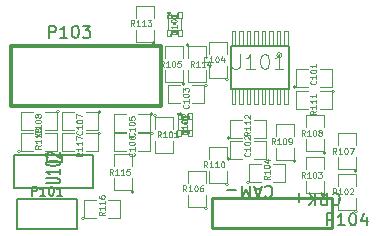
<source format=gto>
G04 (created by PCBNEW (2013-jul-07)-stable) date Пт 28 фев 2014 10:34:58*
%MOIN*%
G04 Gerber Fmt 3.4, Leading zero omitted, Abs format*
%FSLAX34Y34*%
G01*
G70*
G90*
G04 APERTURE LIST*
%ADD10C,0.00590551*%
%ADD11C,0.005*%
%ADD12C,0.0039*%
%ADD13C,0.012*%
%ADD14C,0.0026*%
%ADD15C,0.008*%
%ADD16C,0.0001*%
%ADD17C,0.01*%
%ADD18C,0.006*%
%ADD19C,0.004*%
%ADD20C,0.002*%
%ADD21C,0.0043*%
%ADD22C,0.0035*%
G04 APERTURE END LIST*
G54D10*
G54D11*
X95061Y-26313D02*
X95080Y-26294D01*
X95137Y-26275D01*
X95175Y-26275D01*
X95232Y-26294D01*
X95270Y-26332D01*
X95289Y-26370D01*
X95308Y-26447D01*
X95308Y-26504D01*
X95289Y-26580D01*
X95270Y-26618D01*
X95232Y-26656D01*
X95175Y-26675D01*
X95137Y-26675D01*
X95080Y-26656D01*
X95061Y-26637D01*
X94908Y-26389D02*
X94718Y-26389D01*
X94947Y-26275D02*
X94813Y-26675D01*
X94680Y-26275D01*
X94547Y-26275D02*
X94547Y-26675D01*
X94413Y-26389D01*
X94280Y-26675D01*
X94280Y-26275D01*
X94089Y-26427D02*
X93785Y-26427D01*
X97311Y-26563D02*
X97330Y-26544D01*
X97387Y-26525D01*
X97425Y-26525D01*
X97482Y-26544D01*
X97520Y-26582D01*
X97539Y-26620D01*
X97558Y-26697D01*
X97558Y-26754D01*
X97539Y-26830D01*
X97520Y-26868D01*
X97482Y-26906D01*
X97425Y-26925D01*
X97387Y-26925D01*
X97330Y-26906D01*
X97311Y-26887D01*
X96911Y-26525D02*
X97044Y-26716D01*
X97139Y-26525D02*
X97139Y-26925D01*
X96987Y-26925D01*
X96949Y-26906D01*
X96930Y-26887D01*
X96911Y-26849D01*
X96911Y-26792D01*
X96930Y-26754D01*
X96949Y-26735D01*
X96987Y-26716D01*
X97139Y-26716D01*
X96739Y-26525D02*
X96739Y-26925D01*
X96511Y-26525D02*
X96682Y-26754D01*
X96511Y-26925D02*
X96739Y-26697D01*
X96339Y-26677D02*
X96035Y-26677D01*
X96187Y-26525D02*
X96187Y-26830D01*
G54D12*
X96087Y-22987D02*
G75*
G03X96087Y-22987I-50J0D01*
G74*
G01*
X96487Y-22987D02*
X96087Y-22987D01*
X96087Y-22987D02*
X96087Y-22387D01*
X96087Y-22387D02*
X96487Y-22387D01*
X96887Y-22387D02*
X97287Y-22387D01*
X97287Y-22387D02*
X97287Y-22987D01*
X97287Y-22987D02*
X96887Y-22987D01*
X93887Y-25387D02*
G75*
G03X93887Y-25387I-50J0D01*
G74*
G01*
X94287Y-25387D02*
X93887Y-25387D01*
X93887Y-25387D02*
X93887Y-24787D01*
X93887Y-24787D02*
X94287Y-24787D01*
X94687Y-24787D02*
X95087Y-24787D01*
X95087Y-24787D02*
X95087Y-25387D01*
X95087Y-25387D02*
X94687Y-25387D01*
X93837Y-22737D02*
G75*
G03X93837Y-22737I-50J0D01*
G74*
G01*
X93787Y-22287D02*
X93787Y-22687D01*
X93787Y-22687D02*
X93187Y-22687D01*
X93187Y-22687D02*
X93187Y-22287D01*
X93187Y-21887D02*
X93187Y-21487D01*
X93187Y-21487D02*
X93787Y-21487D01*
X93787Y-21487D02*
X93787Y-21887D01*
X91337Y-23887D02*
G75*
G03X91337Y-23887I-50J0D01*
G74*
G01*
X90837Y-23887D02*
X91237Y-23887D01*
X91237Y-23887D02*
X91237Y-24487D01*
X91237Y-24487D02*
X90837Y-24487D01*
X90437Y-24487D02*
X90037Y-24487D01*
X90037Y-24487D02*
X90037Y-23887D01*
X90037Y-23887D02*
X90437Y-23887D01*
X91337Y-24537D02*
G75*
G03X91337Y-24537I-50J0D01*
G74*
G01*
X90837Y-24537D02*
X91237Y-24537D01*
X91237Y-24537D02*
X91237Y-25137D01*
X91237Y-25137D02*
X90837Y-25137D01*
X90437Y-25137D02*
X90037Y-25137D01*
X90037Y-25137D02*
X90037Y-24537D01*
X90037Y-24537D02*
X90437Y-24537D01*
X89587Y-23812D02*
G75*
G03X89587Y-23812I-50J0D01*
G74*
G01*
X89087Y-23812D02*
X89487Y-23812D01*
X89487Y-23812D02*
X89487Y-24412D01*
X89487Y-24412D02*
X89087Y-24412D01*
X88687Y-24412D02*
X88287Y-24412D01*
X88287Y-24412D02*
X88287Y-23812D01*
X88287Y-23812D02*
X88687Y-23812D01*
X88212Y-23812D02*
G75*
G03X88212Y-23812I-50J0D01*
G74*
G01*
X87712Y-23812D02*
X88112Y-23812D01*
X88112Y-23812D02*
X88112Y-24412D01*
X88112Y-24412D02*
X87712Y-24412D01*
X87312Y-24412D02*
X86912Y-24412D01*
X86912Y-24412D02*
X86912Y-23812D01*
X86912Y-23812D02*
X87312Y-23812D01*
G54D13*
X91587Y-23637D02*
X86587Y-23637D01*
X86587Y-23637D02*
X86587Y-21637D01*
X86587Y-21637D02*
X91587Y-21637D01*
X91587Y-21637D02*
X91587Y-23637D01*
G54D12*
X98137Y-27137D02*
G75*
G03X98137Y-27137I-50J0D01*
G74*
G01*
X98087Y-26687D02*
X98087Y-27087D01*
X98087Y-27087D02*
X97487Y-27087D01*
X97487Y-27087D02*
X97487Y-26687D01*
X97487Y-26287D02*
X97487Y-25887D01*
X97487Y-25887D02*
X98087Y-25887D01*
X98087Y-25887D02*
X98087Y-26287D01*
X97087Y-26587D02*
G75*
G03X97087Y-26587I-50J0D01*
G74*
G01*
X97037Y-26137D02*
X97037Y-26537D01*
X97037Y-26537D02*
X96437Y-26537D01*
X96437Y-26537D02*
X96437Y-26137D01*
X96437Y-25737D02*
X96437Y-25337D01*
X96437Y-25337D02*
X97037Y-25337D01*
X97037Y-25337D02*
X97037Y-25737D01*
X94537Y-26162D02*
G75*
G03X94537Y-26162I-50J0D01*
G74*
G01*
X94937Y-26162D02*
X94537Y-26162D01*
X94537Y-26162D02*
X94537Y-25562D01*
X94537Y-25562D02*
X94937Y-25562D01*
X95337Y-25562D02*
X95737Y-25562D01*
X95737Y-25562D02*
X95737Y-26162D01*
X95737Y-26162D02*
X95337Y-26162D01*
X92387Y-22887D02*
G75*
G03X92387Y-22887I-50J0D01*
G74*
G01*
X92337Y-22437D02*
X92337Y-22837D01*
X92337Y-22837D02*
X91737Y-22837D01*
X91737Y-22837D02*
X91737Y-22437D01*
X91737Y-22037D02*
X91737Y-21637D01*
X91737Y-21637D02*
X92337Y-21637D01*
X92337Y-21637D02*
X92337Y-22037D01*
X93137Y-27037D02*
G75*
G03X93137Y-27037I-50J0D01*
G74*
G01*
X93087Y-26587D02*
X93087Y-26987D01*
X93087Y-26987D02*
X92487Y-26987D01*
X92487Y-26987D02*
X92487Y-26587D01*
X92487Y-26187D02*
X92487Y-25787D01*
X92487Y-25787D02*
X93087Y-25787D01*
X93087Y-25787D02*
X93087Y-26187D01*
X98137Y-25787D02*
G75*
G03X98137Y-25787I-50J0D01*
G74*
G01*
X98087Y-25337D02*
X98087Y-25737D01*
X98087Y-25737D02*
X97487Y-25737D01*
X97487Y-25737D02*
X97487Y-25337D01*
X97487Y-24937D02*
X97487Y-24537D01*
X97487Y-24537D02*
X98087Y-24537D01*
X98087Y-24537D02*
X98087Y-24937D01*
X97087Y-25187D02*
G75*
G03X97087Y-25187I-50J0D01*
G74*
G01*
X97037Y-24737D02*
X97037Y-25137D01*
X97037Y-25137D02*
X96437Y-25137D01*
X96437Y-25137D02*
X96437Y-24737D01*
X96437Y-24337D02*
X96437Y-23937D01*
X96437Y-23937D02*
X97037Y-23937D01*
X97037Y-23937D02*
X97037Y-24337D01*
X96087Y-25462D02*
G75*
G03X96087Y-25462I-50J0D01*
G74*
G01*
X96037Y-25012D02*
X96037Y-25412D01*
X96037Y-25412D02*
X95437Y-25412D01*
X95437Y-25412D02*
X95437Y-25012D01*
X95437Y-24612D02*
X95437Y-24212D01*
X95437Y-24212D02*
X96037Y-24212D01*
X96037Y-24212D02*
X96037Y-24612D01*
X93837Y-26237D02*
G75*
G03X93837Y-26237I-50J0D01*
G74*
G01*
X93787Y-25787D02*
X93787Y-26187D01*
X93787Y-26187D02*
X93187Y-26187D01*
X93187Y-26187D02*
X93187Y-25787D01*
X93187Y-25387D02*
X93187Y-24987D01*
X93187Y-24987D02*
X93787Y-24987D01*
X93787Y-24987D02*
X93787Y-25387D01*
X97387Y-23137D02*
G75*
G03X97387Y-23137I-50J0D01*
G74*
G01*
X96887Y-23137D02*
X97287Y-23137D01*
X97287Y-23137D02*
X97287Y-23737D01*
X97287Y-23737D02*
X96887Y-23737D01*
X96487Y-23737D02*
X96087Y-23737D01*
X96087Y-23737D02*
X96087Y-23137D01*
X96087Y-23137D02*
X96487Y-23137D01*
X93887Y-24687D02*
G75*
G03X93887Y-24687I-50J0D01*
G74*
G01*
X94287Y-24687D02*
X93887Y-24687D01*
X93887Y-24687D02*
X93887Y-24087D01*
X93887Y-24087D02*
X94287Y-24087D01*
X94687Y-24087D02*
X95087Y-24087D01*
X95087Y-24087D02*
X95087Y-24687D01*
X95087Y-24687D02*
X94687Y-24687D01*
X91400Y-21525D02*
G75*
G03X91400Y-21525I-50J0D01*
G74*
G01*
X91350Y-21075D02*
X91350Y-21475D01*
X91350Y-21475D02*
X90750Y-21475D01*
X90750Y-21475D02*
X90750Y-21075D01*
X90750Y-20675D02*
X90750Y-20275D01*
X90750Y-20275D02*
X91350Y-20275D01*
X91350Y-20275D02*
X91350Y-20675D01*
X92537Y-21587D02*
G75*
G03X92537Y-21587I-50J0D01*
G74*
G01*
X92487Y-22037D02*
X92487Y-21637D01*
X92487Y-21637D02*
X93087Y-21637D01*
X93087Y-21637D02*
X93087Y-22037D01*
X93087Y-22437D02*
X93087Y-22837D01*
X93087Y-22837D02*
X92487Y-22837D01*
X92487Y-22837D02*
X92487Y-22437D01*
X90687Y-26487D02*
G75*
G03X90687Y-26487I-50J0D01*
G74*
G01*
X90637Y-26037D02*
X90637Y-26437D01*
X90637Y-26437D02*
X90037Y-26437D01*
X90037Y-26437D02*
X90037Y-26037D01*
X90037Y-25637D02*
X90037Y-25237D01*
X90037Y-25237D02*
X90637Y-25237D01*
X90637Y-25237D02*
X90637Y-25637D01*
X89037Y-27362D02*
G75*
G03X89037Y-27362I-50J0D01*
G74*
G01*
X89437Y-27362D02*
X89037Y-27362D01*
X89037Y-27362D02*
X89037Y-26762D01*
X89037Y-26762D02*
X89437Y-26762D01*
X89837Y-26762D02*
X90237Y-26762D01*
X90237Y-26762D02*
X90237Y-27362D01*
X90237Y-27362D02*
X89837Y-27362D01*
X89587Y-24537D02*
G75*
G03X89587Y-24537I-50J0D01*
G74*
G01*
X89087Y-24537D02*
X89487Y-24537D01*
X89487Y-24537D02*
X89487Y-25137D01*
X89487Y-25137D02*
X89087Y-25137D01*
X88687Y-25137D02*
X88287Y-25137D01*
X88287Y-25137D02*
X88287Y-24537D01*
X88287Y-24537D02*
X88687Y-24537D01*
X86912Y-25137D02*
G75*
G03X86912Y-25137I-50J0D01*
G74*
G01*
X87312Y-25137D02*
X86912Y-25137D01*
X86912Y-25137D02*
X86912Y-24537D01*
X86912Y-24537D02*
X87312Y-24537D01*
X87712Y-24537D02*
X88112Y-24537D01*
X88112Y-24537D02*
X88112Y-25137D01*
X88112Y-25137D02*
X87712Y-25137D01*
G54D14*
X95821Y-21117D02*
X95702Y-21117D01*
X95702Y-21117D02*
X95702Y-21629D01*
X95821Y-21629D02*
X95702Y-21629D01*
X95821Y-21117D02*
X95821Y-21629D01*
X95571Y-21117D02*
X95452Y-21117D01*
X95452Y-21117D02*
X95452Y-21629D01*
X95571Y-21629D02*
X95452Y-21629D01*
X95571Y-21117D02*
X95571Y-21629D01*
X95321Y-21117D02*
X95202Y-21117D01*
X95202Y-21117D02*
X95202Y-21629D01*
X95321Y-21629D02*
X95202Y-21629D01*
X95321Y-21117D02*
X95321Y-21629D01*
X95071Y-21117D02*
X94952Y-21117D01*
X94952Y-21117D02*
X94952Y-21629D01*
X95071Y-21629D02*
X94952Y-21629D01*
X95071Y-21117D02*
X95071Y-21629D01*
X94822Y-21117D02*
X94703Y-21117D01*
X94703Y-21117D02*
X94703Y-21629D01*
X94822Y-21629D02*
X94703Y-21629D01*
X94822Y-21117D02*
X94822Y-21629D01*
X94572Y-21117D02*
X94453Y-21117D01*
X94453Y-21117D02*
X94453Y-21629D01*
X94572Y-21629D02*
X94453Y-21629D01*
X94572Y-21117D02*
X94572Y-21629D01*
X94322Y-21117D02*
X94203Y-21117D01*
X94203Y-21117D02*
X94203Y-21629D01*
X94322Y-21629D02*
X94203Y-21629D01*
X94322Y-21117D02*
X94322Y-21629D01*
X94072Y-21117D02*
X93953Y-21117D01*
X93953Y-21117D02*
X93953Y-21629D01*
X94072Y-21629D02*
X93953Y-21629D01*
X94072Y-21117D02*
X94072Y-21629D01*
X94072Y-23045D02*
X93953Y-23045D01*
X93953Y-23045D02*
X93953Y-23557D01*
X94072Y-23557D02*
X93953Y-23557D01*
X94072Y-23045D02*
X94072Y-23557D01*
X94322Y-23045D02*
X94203Y-23045D01*
X94203Y-23045D02*
X94203Y-23557D01*
X94322Y-23557D02*
X94203Y-23557D01*
X94322Y-23045D02*
X94322Y-23557D01*
X94572Y-23045D02*
X94453Y-23045D01*
X94453Y-23045D02*
X94453Y-23557D01*
X94572Y-23557D02*
X94453Y-23557D01*
X94572Y-23045D02*
X94572Y-23557D01*
X94822Y-23045D02*
X94703Y-23045D01*
X94703Y-23045D02*
X94703Y-23557D01*
X94822Y-23557D02*
X94703Y-23557D01*
X94822Y-23045D02*
X94822Y-23557D01*
X95071Y-23045D02*
X94952Y-23045D01*
X94952Y-23045D02*
X94952Y-23557D01*
X95071Y-23557D02*
X94952Y-23557D01*
X95071Y-23045D02*
X95071Y-23557D01*
X95321Y-23045D02*
X95202Y-23045D01*
X95202Y-23045D02*
X95202Y-23557D01*
X95321Y-23557D02*
X95202Y-23557D01*
X95321Y-23045D02*
X95321Y-23557D01*
X95571Y-23045D02*
X95452Y-23045D01*
X95452Y-23045D02*
X95452Y-23557D01*
X95571Y-23557D02*
X95452Y-23557D01*
X95571Y-23045D02*
X95571Y-23557D01*
X95821Y-23045D02*
X95702Y-23045D01*
X95702Y-23045D02*
X95702Y-23557D01*
X95821Y-23557D02*
X95702Y-23557D01*
X95821Y-23045D02*
X95821Y-23557D01*
G54D15*
X95859Y-21609D02*
X95859Y-23065D01*
X93915Y-23065D02*
X93915Y-21609D01*
X95859Y-21609D02*
X93915Y-21609D01*
X93915Y-23065D02*
X95859Y-23065D01*
G54D16*
X95619Y-21924D02*
G75*
G03X95619Y-21924I-83J0D01*
G74*
G01*
G54D11*
X88283Y-25249D02*
X88283Y-25499D01*
X88283Y-25499D02*
X87783Y-25499D01*
X87783Y-25499D02*
X87783Y-25249D01*
X89333Y-25249D02*
X89333Y-26349D01*
X89333Y-26349D02*
X86683Y-26349D01*
X86683Y-26349D02*
X86683Y-25249D01*
X86683Y-25249D02*
X89333Y-25249D01*
G54D17*
X97287Y-27687D02*
X93287Y-27687D01*
X97287Y-26687D02*
X93287Y-26687D01*
X93287Y-26687D02*
X93287Y-27687D01*
X97287Y-27687D02*
X97287Y-26687D01*
G54D12*
X91437Y-23937D02*
G75*
G03X91437Y-23937I-50J0D01*
G74*
G01*
X91387Y-24387D02*
X91387Y-23987D01*
X91387Y-23987D02*
X91987Y-23987D01*
X91987Y-23987D02*
X91987Y-24387D01*
X91987Y-24787D02*
X91987Y-25187D01*
X91987Y-25187D02*
X91387Y-25187D01*
X91387Y-25187D02*
X91387Y-24787D01*
X93137Y-22937D02*
G75*
G03X93137Y-22937I-50J0D01*
G74*
G01*
X92637Y-22937D02*
X93037Y-22937D01*
X93037Y-22937D02*
X93037Y-23537D01*
X93037Y-23537D02*
X92637Y-23537D01*
X92237Y-23537D02*
X91837Y-23537D01*
X91837Y-23537D02*
X91837Y-22937D01*
X91837Y-22937D02*
X92237Y-22937D01*
G54D18*
X86787Y-27737D02*
X86787Y-26737D01*
X86787Y-26737D02*
X88787Y-26737D01*
X88787Y-26737D02*
X88787Y-27737D01*
X88787Y-27737D02*
X86787Y-27737D01*
G54D14*
X92155Y-20691D02*
X92283Y-20691D01*
X92283Y-20691D02*
X92283Y-20494D01*
X92155Y-20494D02*
X92283Y-20494D01*
X92155Y-20691D02*
X92155Y-20494D01*
X91910Y-20691D02*
X91969Y-20691D01*
X91969Y-20691D02*
X91969Y-20592D01*
X91910Y-20592D02*
X91969Y-20592D01*
X91910Y-20691D02*
X91910Y-20592D01*
X92105Y-20691D02*
X92164Y-20691D01*
X92164Y-20691D02*
X92164Y-20592D01*
X92105Y-20592D02*
X92164Y-20592D01*
X92105Y-20691D02*
X92105Y-20592D01*
X91959Y-20691D02*
X92115Y-20691D01*
X92115Y-20691D02*
X92115Y-20622D01*
X91959Y-20622D02*
X92115Y-20622D01*
X91959Y-20691D02*
X91959Y-20622D01*
X92155Y-21280D02*
X92283Y-21280D01*
X92283Y-21280D02*
X92283Y-21083D01*
X92155Y-21083D02*
X92283Y-21083D01*
X92155Y-21280D02*
X92155Y-21083D01*
X91791Y-21280D02*
X91919Y-21280D01*
X91919Y-21280D02*
X91919Y-21083D01*
X91791Y-21083D02*
X91919Y-21083D01*
X91791Y-21280D02*
X91791Y-21083D01*
X92105Y-21182D02*
X92164Y-21182D01*
X92164Y-21182D02*
X92164Y-21083D01*
X92105Y-21083D02*
X92164Y-21083D01*
X92105Y-21182D02*
X92105Y-21083D01*
X91910Y-21182D02*
X91969Y-21182D01*
X91969Y-21182D02*
X91969Y-21083D01*
X91910Y-21083D02*
X91969Y-21083D01*
X91910Y-21182D02*
X91910Y-21083D01*
X91959Y-21152D02*
X92115Y-21152D01*
X92115Y-21152D02*
X92115Y-21083D01*
X91959Y-21083D02*
X92115Y-21083D01*
X91959Y-21152D02*
X91959Y-21083D01*
X91998Y-20887D02*
X92076Y-20887D01*
X92076Y-20887D02*
X92076Y-20809D01*
X91998Y-20809D02*
X92076Y-20809D01*
X91998Y-20887D02*
X91998Y-20809D01*
X91801Y-20691D02*
X91919Y-20691D01*
X91919Y-20691D02*
X91919Y-20573D01*
X91801Y-20573D02*
X91919Y-20573D01*
X91801Y-20691D02*
X91801Y-20573D01*
X91791Y-20523D02*
X91880Y-20523D01*
X91880Y-20523D02*
X91880Y-20494D01*
X91791Y-20494D02*
X91880Y-20494D01*
X91791Y-20523D02*
X91791Y-20494D01*
G54D19*
X92263Y-20681D02*
X92263Y-21093D01*
X91811Y-21083D02*
X91811Y-20523D01*
G54D20*
X91888Y-20553D02*
G75*
G03X91888Y-20553I-28J0D01*
G74*
G01*
G54D19*
X91900Y-20494D02*
G75*
G03X92174Y-20494I137J0D01*
G74*
G01*
X92174Y-21280D02*
G75*
G03X91900Y-21280I-137J0D01*
G74*
G01*
G54D14*
X92505Y-24041D02*
X92633Y-24041D01*
X92633Y-24041D02*
X92633Y-23844D01*
X92505Y-23844D02*
X92633Y-23844D01*
X92505Y-24041D02*
X92505Y-23844D01*
X92260Y-24041D02*
X92319Y-24041D01*
X92319Y-24041D02*
X92319Y-23942D01*
X92260Y-23942D02*
X92319Y-23942D01*
X92260Y-24041D02*
X92260Y-23942D01*
X92455Y-24041D02*
X92514Y-24041D01*
X92514Y-24041D02*
X92514Y-23942D01*
X92455Y-23942D02*
X92514Y-23942D01*
X92455Y-24041D02*
X92455Y-23942D01*
X92309Y-24041D02*
X92465Y-24041D01*
X92465Y-24041D02*
X92465Y-23972D01*
X92309Y-23972D02*
X92465Y-23972D01*
X92309Y-24041D02*
X92309Y-23972D01*
X92505Y-24630D02*
X92633Y-24630D01*
X92633Y-24630D02*
X92633Y-24433D01*
X92505Y-24433D02*
X92633Y-24433D01*
X92505Y-24630D02*
X92505Y-24433D01*
X92141Y-24630D02*
X92269Y-24630D01*
X92269Y-24630D02*
X92269Y-24433D01*
X92141Y-24433D02*
X92269Y-24433D01*
X92141Y-24630D02*
X92141Y-24433D01*
X92455Y-24532D02*
X92514Y-24532D01*
X92514Y-24532D02*
X92514Y-24433D01*
X92455Y-24433D02*
X92514Y-24433D01*
X92455Y-24532D02*
X92455Y-24433D01*
X92260Y-24532D02*
X92319Y-24532D01*
X92319Y-24532D02*
X92319Y-24433D01*
X92260Y-24433D02*
X92319Y-24433D01*
X92260Y-24532D02*
X92260Y-24433D01*
X92309Y-24502D02*
X92465Y-24502D01*
X92465Y-24502D02*
X92465Y-24433D01*
X92309Y-24433D02*
X92465Y-24433D01*
X92309Y-24502D02*
X92309Y-24433D01*
X92348Y-24237D02*
X92426Y-24237D01*
X92426Y-24237D02*
X92426Y-24159D01*
X92348Y-24159D02*
X92426Y-24159D01*
X92348Y-24237D02*
X92348Y-24159D01*
X92151Y-24041D02*
X92269Y-24041D01*
X92269Y-24041D02*
X92269Y-23923D01*
X92151Y-23923D02*
X92269Y-23923D01*
X92151Y-24041D02*
X92151Y-23923D01*
X92141Y-23873D02*
X92230Y-23873D01*
X92230Y-23873D02*
X92230Y-23844D01*
X92141Y-23844D02*
X92230Y-23844D01*
X92141Y-23873D02*
X92141Y-23844D01*
G54D19*
X92613Y-24031D02*
X92613Y-24443D01*
X92161Y-24433D02*
X92161Y-23873D01*
G54D20*
X92238Y-23903D02*
G75*
G03X92238Y-23903I-28J0D01*
G74*
G01*
G54D19*
X92250Y-23844D02*
G75*
G03X92524Y-23844I137J0D01*
G74*
G01*
X92524Y-24630D02*
G75*
G03X92250Y-24630I-137J0D01*
G74*
G01*
G54D21*
X96748Y-22782D02*
X96757Y-22792D01*
X96767Y-22820D01*
X96767Y-22839D01*
X96757Y-22867D01*
X96739Y-22886D01*
X96720Y-22895D01*
X96682Y-22904D01*
X96654Y-22904D01*
X96617Y-22895D01*
X96598Y-22886D01*
X96579Y-22867D01*
X96570Y-22839D01*
X96570Y-22820D01*
X96579Y-22792D01*
X96589Y-22782D01*
X96767Y-22595D02*
X96767Y-22707D01*
X96767Y-22651D02*
X96570Y-22651D01*
X96598Y-22670D01*
X96617Y-22689D01*
X96626Y-22707D01*
X96570Y-22473D02*
X96570Y-22454D01*
X96579Y-22435D01*
X96589Y-22426D01*
X96607Y-22417D01*
X96645Y-22407D01*
X96692Y-22407D01*
X96729Y-22417D01*
X96748Y-22426D01*
X96757Y-22435D01*
X96767Y-22454D01*
X96767Y-22473D01*
X96757Y-22492D01*
X96748Y-22501D01*
X96729Y-22510D01*
X96692Y-22520D01*
X96645Y-22520D01*
X96607Y-22510D01*
X96589Y-22501D01*
X96579Y-22492D01*
X96570Y-22473D01*
X96767Y-22220D02*
X96767Y-22332D01*
X96767Y-22276D02*
X96570Y-22276D01*
X96598Y-22295D01*
X96617Y-22313D01*
X96626Y-22332D01*
X94548Y-25182D02*
X94557Y-25192D01*
X94567Y-25220D01*
X94567Y-25239D01*
X94557Y-25267D01*
X94539Y-25286D01*
X94520Y-25295D01*
X94482Y-25304D01*
X94454Y-25304D01*
X94417Y-25295D01*
X94398Y-25286D01*
X94379Y-25267D01*
X94370Y-25239D01*
X94370Y-25220D01*
X94379Y-25192D01*
X94389Y-25182D01*
X94567Y-24995D02*
X94567Y-25107D01*
X94567Y-25051D02*
X94370Y-25051D01*
X94398Y-25070D01*
X94417Y-25089D01*
X94426Y-25107D01*
X94370Y-24873D02*
X94370Y-24854D01*
X94379Y-24835D01*
X94389Y-24826D01*
X94407Y-24817D01*
X94445Y-24807D01*
X94492Y-24807D01*
X94529Y-24817D01*
X94548Y-24826D01*
X94557Y-24835D01*
X94567Y-24854D01*
X94567Y-24873D01*
X94557Y-24892D01*
X94548Y-24901D01*
X94529Y-24910D01*
X94492Y-24920D01*
X94445Y-24920D01*
X94407Y-24910D01*
X94389Y-24901D01*
X94379Y-24892D01*
X94370Y-24873D01*
X94389Y-24732D02*
X94379Y-24723D01*
X94370Y-24704D01*
X94370Y-24657D01*
X94379Y-24638D01*
X94389Y-24629D01*
X94407Y-24620D01*
X94426Y-24620D01*
X94454Y-24629D01*
X94567Y-24742D01*
X94567Y-24620D01*
X93142Y-22148D02*
X93132Y-22157D01*
X93104Y-22167D01*
X93085Y-22167D01*
X93057Y-22157D01*
X93038Y-22139D01*
X93029Y-22120D01*
X93020Y-22082D01*
X93020Y-22054D01*
X93029Y-22017D01*
X93038Y-21998D01*
X93057Y-21979D01*
X93085Y-21970D01*
X93104Y-21970D01*
X93132Y-21979D01*
X93142Y-21989D01*
X93329Y-22167D02*
X93217Y-22167D01*
X93273Y-22167D02*
X93273Y-21970D01*
X93254Y-21998D01*
X93235Y-22017D01*
X93217Y-22026D01*
X93451Y-21970D02*
X93470Y-21970D01*
X93489Y-21979D01*
X93498Y-21989D01*
X93507Y-22007D01*
X93517Y-22045D01*
X93517Y-22092D01*
X93507Y-22129D01*
X93498Y-22148D01*
X93489Y-22157D01*
X93470Y-22167D01*
X93451Y-22167D01*
X93432Y-22157D01*
X93423Y-22148D01*
X93414Y-22129D01*
X93404Y-22092D01*
X93404Y-22045D01*
X93414Y-22007D01*
X93423Y-21989D01*
X93432Y-21979D01*
X93451Y-21970D01*
X93686Y-22035D02*
X93686Y-22167D01*
X93639Y-21960D02*
X93592Y-22101D01*
X93714Y-22101D01*
X90698Y-24532D02*
X90707Y-24542D01*
X90717Y-24570D01*
X90717Y-24589D01*
X90707Y-24617D01*
X90689Y-24636D01*
X90670Y-24645D01*
X90632Y-24654D01*
X90604Y-24654D01*
X90567Y-24645D01*
X90548Y-24636D01*
X90529Y-24617D01*
X90520Y-24589D01*
X90520Y-24570D01*
X90529Y-24542D01*
X90539Y-24532D01*
X90717Y-24345D02*
X90717Y-24457D01*
X90717Y-24401D02*
X90520Y-24401D01*
X90548Y-24420D01*
X90567Y-24439D01*
X90576Y-24457D01*
X90520Y-24223D02*
X90520Y-24204D01*
X90529Y-24185D01*
X90539Y-24176D01*
X90557Y-24167D01*
X90595Y-24157D01*
X90642Y-24157D01*
X90679Y-24167D01*
X90698Y-24176D01*
X90707Y-24185D01*
X90717Y-24204D01*
X90717Y-24223D01*
X90707Y-24242D01*
X90698Y-24251D01*
X90679Y-24260D01*
X90642Y-24270D01*
X90595Y-24270D01*
X90557Y-24260D01*
X90539Y-24251D01*
X90529Y-24242D01*
X90520Y-24223D01*
X90520Y-23979D02*
X90520Y-24073D01*
X90614Y-24082D01*
X90604Y-24073D01*
X90595Y-24054D01*
X90595Y-24007D01*
X90604Y-23988D01*
X90614Y-23979D01*
X90632Y-23970D01*
X90679Y-23970D01*
X90698Y-23979D01*
X90707Y-23988D01*
X90717Y-24007D01*
X90717Y-24054D01*
X90707Y-24073D01*
X90698Y-24082D01*
X90698Y-25182D02*
X90707Y-25192D01*
X90717Y-25220D01*
X90717Y-25239D01*
X90707Y-25267D01*
X90689Y-25286D01*
X90670Y-25295D01*
X90632Y-25304D01*
X90604Y-25304D01*
X90567Y-25295D01*
X90548Y-25286D01*
X90529Y-25267D01*
X90520Y-25239D01*
X90520Y-25220D01*
X90529Y-25192D01*
X90539Y-25182D01*
X90717Y-24995D02*
X90717Y-25107D01*
X90717Y-25051D02*
X90520Y-25051D01*
X90548Y-25070D01*
X90567Y-25089D01*
X90576Y-25107D01*
X90520Y-24873D02*
X90520Y-24854D01*
X90529Y-24835D01*
X90539Y-24826D01*
X90557Y-24817D01*
X90595Y-24807D01*
X90642Y-24807D01*
X90679Y-24817D01*
X90698Y-24826D01*
X90707Y-24835D01*
X90717Y-24854D01*
X90717Y-24873D01*
X90707Y-24892D01*
X90698Y-24901D01*
X90679Y-24910D01*
X90642Y-24920D01*
X90595Y-24920D01*
X90557Y-24910D01*
X90539Y-24901D01*
X90529Y-24892D01*
X90520Y-24873D01*
X90520Y-24638D02*
X90520Y-24676D01*
X90529Y-24695D01*
X90539Y-24704D01*
X90567Y-24723D01*
X90604Y-24732D01*
X90679Y-24732D01*
X90698Y-24723D01*
X90707Y-24713D01*
X90717Y-24695D01*
X90717Y-24657D01*
X90707Y-24638D01*
X90698Y-24629D01*
X90679Y-24620D01*
X90632Y-24620D01*
X90614Y-24629D01*
X90604Y-24638D01*
X90595Y-24657D01*
X90595Y-24695D01*
X90604Y-24713D01*
X90614Y-24723D01*
X90632Y-24732D01*
X88948Y-24457D02*
X88957Y-24467D01*
X88967Y-24495D01*
X88967Y-24514D01*
X88957Y-24542D01*
X88939Y-24561D01*
X88920Y-24570D01*
X88882Y-24579D01*
X88854Y-24579D01*
X88817Y-24570D01*
X88798Y-24561D01*
X88779Y-24542D01*
X88770Y-24514D01*
X88770Y-24495D01*
X88779Y-24467D01*
X88789Y-24457D01*
X88967Y-24270D02*
X88967Y-24382D01*
X88967Y-24326D02*
X88770Y-24326D01*
X88798Y-24345D01*
X88817Y-24364D01*
X88826Y-24382D01*
X88770Y-24148D02*
X88770Y-24129D01*
X88779Y-24110D01*
X88789Y-24101D01*
X88807Y-24092D01*
X88845Y-24082D01*
X88892Y-24082D01*
X88929Y-24092D01*
X88948Y-24101D01*
X88957Y-24110D01*
X88967Y-24129D01*
X88967Y-24148D01*
X88957Y-24167D01*
X88948Y-24176D01*
X88929Y-24185D01*
X88892Y-24195D01*
X88845Y-24195D01*
X88807Y-24185D01*
X88789Y-24176D01*
X88779Y-24167D01*
X88770Y-24148D01*
X88770Y-24017D02*
X88770Y-23885D01*
X88967Y-23970D01*
X87573Y-24457D02*
X87582Y-24467D01*
X87592Y-24495D01*
X87592Y-24514D01*
X87582Y-24542D01*
X87564Y-24561D01*
X87545Y-24570D01*
X87507Y-24579D01*
X87479Y-24579D01*
X87442Y-24570D01*
X87423Y-24561D01*
X87404Y-24542D01*
X87395Y-24514D01*
X87395Y-24495D01*
X87404Y-24467D01*
X87414Y-24457D01*
X87592Y-24270D02*
X87592Y-24382D01*
X87592Y-24326D02*
X87395Y-24326D01*
X87423Y-24345D01*
X87442Y-24364D01*
X87451Y-24382D01*
X87395Y-24148D02*
X87395Y-24129D01*
X87404Y-24110D01*
X87414Y-24101D01*
X87432Y-24092D01*
X87470Y-24082D01*
X87517Y-24082D01*
X87554Y-24092D01*
X87573Y-24101D01*
X87582Y-24110D01*
X87592Y-24129D01*
X87592Y-24148D01*
X87582Y-24167D01*
X87573Y-24176D01*
X87554Y-24185D01*
X87517Y-24195D01*
X87470Y-24195D01*
X87432Y-24185D01*
X87414Y-24176D01*
X87404Y-24167D01*
X87395Y-24148D01*
X87479Y-23970D02*
X87470Y-23988D01*
X87460Y-23998D01*
X87442Y-24007D01*
X87432Y-24007D01*
X87414Y-23998D01*
X87404Y-23988D01*
X87395Y-23970D01*
X87395Y-23932D01*
X87404Y-23913D01*
X87414Y-23904D01*
X87432Y-23895D01*
X87442Y-23895D01*
X87460Y-23904D01*
X87470Y-23913D01*
X87479Y-23932D01*
X87479Y-23970D01*
X87489Y-23988D01*
X87498Y-23998D01*
X87517Y-24007D01*
X87554Y-24007D01*
X87573Y-23998D01*
X87582Y-23988D01*
X87592Y-23970D01*
X87592Y-23932D01*
X87582Y-23913D01*
X87573Y-23904D01*
X87554Y-23895D01*
X87517Y-23895D01*
X87498Y-23904D01*
X87489Y-23913D01*
X87479Y-23932D01*
G54D15*
X87861Y-21349D02*
X87861Y-20949D01*
X88013Y-20949D01*
X88051Y-20968D01*
X88070Y-20987D01*
X88089Y-21025D01*
X88089Y-21082D01*
X88070Y-21120D01*
X88051Y-21139D01*
X88013Y-21158D01*
X87861Y-21158D01*
X88470Y-21349D02*
X88242Y-21349D01*
X88356Y-21349D02*
X88356Y-20949D01*
X88318Y-21006D01*
X88280Y-21044D01*
X88242Y-21063D01*
X88718Y-20949D02*
X88756Y-20949D01*
X88794Y-20968D01*
X88813Y-20987D01*
X88832Y-21025D01*
X88851Y-21101D01*
X88851Y-21197D01*
X88832Y-21273D01*
X88813Y-21311D01*
X88794Y-21330D01*
X88756Y-21349D01*
X88718Y-21349D01*
X88680Y-21330D01*
X88661Y-21311D01*
X88642Y-21273D01*
X88623Y-21197D01*
X88623Y-21101D01*
X88642Y-21025D01*
X88661Y-20987D01*
X88680Y-20968D01*
X88718Y-20949D01*
X88985Y-20949D02*
X89232Y-20949D01*
X89099Y-21101D01*
X89156Y-21101D01*
X89194Y-21120D01*
X89213Y-21139D01*
X89232Y-21177D01*
X89232Y-21273D01*
X89213Y-21311D01*
X89194Y-21330D01*
X89156Y-21349D01*
X89042Y-21349D01*
X89004Y-21330D01*
X88985Y-21311D01*
G54D21*
X97442Y-26567D02*
X97376Y-26473D01*
X97329Y-26567D02*
X97329Y-26370D01*
X97404Y-26370D01*
X97423Y-26379D01*
X97432Y-26389D01*
X97442Y-26407D01*
X97442Y-26435D01*
X97432Y-26454D01*
X97423Y-26464D01*
X97404Y-26473D01*
X97329Y-26473D01*
X97629Y-26567D02*
X97517Y-26567D01*
X97573Y-26567D02*
X97573Y-26370D01*
X97554Y-26398D01*
X97535Y-26417D01*
X97517Y-26426D01*
X97751Y-26370D02*
X97770Y-26370D01*
X97789Y-26379D01*
X97798Y-26389D01*
X97807Y-26407D01*
X97817Y-26445D01*
X97817Y-26492D01*
X97807Y-26529D01*
X97798Y-26548D01*
X97789Y-26557D01*
X97770Y-26567D01*
X97751Y-26567D01*
X97732Y-26557D01*
X97723Y-26548D01*
X97714Y-26529D01*
X97704Y-26492D01*
X97704Y-26445D01*
X97714Y-26407D01*
X97723Y-26389D01*
X97732Y-26379D01*
X97751Y-26370D01*
X97892Y-26389D02*
X97901Y-26379D01*
X97920Y-26370D01*
X97967Y-26370D01*
X97986Y-26379D01*
X97995Y-26389D01*
X98004Y-26407D01*
X98004Y-26426D01*
X97995Y-26454D01*
X97882Y-26567D01*
X98004Y-26567D01*
X96392Y-26017D02*
X96326Y-25923D01*
X96279Y-26017D02*
X96279Y-25820D01*
X96354Y-25820D01*
X96373Y-25829D01*
X96382Y-25839D01*
X96392Y-25857D01*
X96392Y-25885D01*
X96382Y-25904D01*
X96373Y-25914D01*
X96354Y-25923D01*
X96279Y-25923D01*
X96579Y-26017D02*
X96467Y-26017D01*
X96523Y-26017D02*
X96523Y-25820D01*
X96504Y-25848D01*
X96485Y-25867D01*
X96467Y-25876D01*
X96701Y-25820D02*
X96720Y-25820D01*
X96739Y-25829D01*
X96748Y-25839D01*
X96757Y-25857D01*
X96767Y-25895D01*
X96767Y-25942D01*
X96757Y-25979D01*
X96748Y-25998D01*
X96739Y-26007D01*
X96720Y-26017D01*
X96701Y-26017D01*
X96682Y-26007D01*
X96673Y-25998D01*
X96664Y-25979D01*
X96654Y-25942D01*
X96654Y-25895D01*
X96664Y-25857D01*
X96673Y-25839D01*
X96682Y-25829D01*
X96701Y-25820D01*
X96832Y-25820D02*
X96954Y-25820D01*
X96889Y-25895D01*
X96917Y-25895D01*
X96936Y-25904D01*
X96945Y-25914D01*
X96954Y-25932D01*
X96954Y-25979D01*
X96945Y-25998D01*
X96936Y-26007D01*
X96917Y-26017D01*
X96861Y-26017D01*
X96842Y-26007D01*
X96832Y-25998D01*
X95217Y-25957D02*
X95123Y-26023D01*
X95217Y-26070D02*
X95020Y-26070D01*
X95020Y-25995D01*
X95029Y-25976D01*
X95039Y-25967D01*
X95057Y-25957D01*
X95085Y-25957D01*
X95104Y-25967D01*
X95114Y-25976D01*
X95123Y-25995D01*
X95123Y-26070D01*
X95217Y-25770D02*
X95217Y-25882D01*
X95217Y-25826D02*
X95020Y-25826D01*
X95048Y-25845D01*
X95067Y-25864D01*
X95076Y-25882D01*
X95020Y-25648D02*
X95020Y-25629D01*
X95029Y-25610D01*
X95039Y-25601D01*
X95057Y-25592D01*
X95095Y-25582D01*
X95142Y-25582D01*
X95179Y-25592D01*
X95198Y-25601D01*
X95207Y-25610D01*
X95217Y-25629D01*
X95217Y-25648D01*
X95207Y-25667D01*
X95198Y-25676D01*
X95179Y-25685D01*
X95142Y-25695D01*
X95095Y-25695D01*
X95057Y-25685D01*
X95039Y-25676D01*
X95029Y-25667D01*
X95020Y-25648D01*
X95085Y-25413D02*
X95217Y-25413D01*
X95010Y-25460D02*
X95151Y-25507D01*
X95151Y-25385D01*
X91692Y-22317D02*
X91626Y-22223D01*
X91579Y-22317D02*
X91579Y-22120D01*
X91654Y-22120D01*
X91673Y-22129D01*
X91682Y-22139D01*
X91692Y-22157D01*
X91692Y-22185D01*
X91682Y-22204D01*
X91673Y-22214D01*
X91654Y-22223D01*
X91579Y-22223D01*
X91879Y-22317D02*
X91767Y-22317D01*
X91823Y-22317D02*
X91823Y-22120D01*
X91804Y-22148D01*
X91785Y-22167D01*
X91767Y-22176D01*
X92001Y-22120D02*
X92020Y-22120D01*
X92039Y-22129D01*
X92048Y-22139D01*
X92057Y-22157D01*
X92067Y-22195D01*
X92067Y-22242D01*
X92057Y-22279D01*
X92048Y-22298D01*
X92039Y-22307D01*
X92020Y-22317D01*
X92001Y-22317D01*
X91982Y-22307D01*
X91973Y-22298D01*
X91964Y-22279D01*
X91954Y-22242D01*
X91954Y-22195D01*
X91964Y-22157D01*
X91973Y-22139D01*
X91982Y-22129D01*
X92001Y-22120D01*
X92245Y-22120D02*
X92151Y-22120D01*
X92142Y-22214D01*
X92151Y-22204D01*
X92170Y-22195D01*
X92217Y-22195D01*
X92236Y-22204D01*
X92245Y-22214D01*
X92254Y-22232D01*
X92254Y-22279D01*
X92245Y-22298D01*
X92236Y-22307D01*
X92217Y-22317D01*
X92170Y-22317D01*
X92151Y-22307D01*
X92142Y-22298D01*
X92442Y-26467D02*
X92376Y-26373D01*
X92329Y-26467D02*
X92329Y-26270D01*
X92404Y-26270D01*
X92423Y-26279D01*
X92432Y-26289D01*
X92442Y-26307D01*
X92442Y-26335D01*
X92432Y-26354D01*
X92423Y-26364D01*
X92404Y-26373D01*
X92329Y-26373D01*
X92629Y-26467D02*
X92517Y-26467D01*
X92573Y-26467D02*
X92573Y-26270D01*
X92554Y-26298D01*
X92535Y-26317D01*
X92517Y-26326D01*
X92751Y-26270D02*
X92770Y-26270D01*
X92789Y-26279D01*
X92798Y-26289D01*
X92807Y-26307D01*
X92817Y-26345D01*
X92817Y-26392D01*
X92807Y-26429D01*
X92798Y-26448D01*
X92789Y-26457D01*
X92770Y-26467D01*
X92751Y-26467D01*
X92732Y-26457D01*
X92723Y-26448D01*
X92714Y-26429D01*
X92704Y-26392D01*
X92704Y-26345D01*
X92714Y-26307D01*
X92723Y-26289D01*
X92732Y-26279D01*
X92751Y-26270D01*
X92986Y-26270D02*
X92948Y-26270D01*
X92929Y-26279D01*
X92920Y-26289D01*
X92901Y-26317D01*
X92892Y-26354D01*
X92892Y-26429D01*
X92901Y-26448D01*
X92911Y-26457D01*
X92929Y-26467D01*
X92967Y-26467D01*
X92986Y-26457D01*
X92995Y-26448D01*
X93004Y-26429D01*
X93004Y-26382D01*
X92995Y-26364D01*
X92986Y-26354D01*
X92967Y-26345D01*
X92929Y-26345D01*
X92911Y-26354D01*
X92901Y-26364D01*
X92892Y-26382D01*
X97442Y-25217D02*
X97376Y-25123D01*
X97329Y-25217D02*
X97329Y-25020D01*
X97404Y-25020D01*
X97423Y-25029D01*
X97432Y-25039D01*
X97442Y-25057D01*
X97442Y-25085D01*
X97432Y-25104D01*
X97423Y-25114D01*
X97404Y-25123D01*
X97329Y-25123D01*
X97629Y-25217D02*
X97517Y-25217D01*
X97573Y-25217D02*
X97573Y-25020D01*
X97554Y-25048D01*
X97535Y-25067D01*
X97517Y-25076D01*
X97751Y-25020D02*
X97770Y-25020D01*
X97789Y-25029D01*
X97798Y-25039D01*
X97807Y-25057D01*
X97817Y-25095D01*
X97817Y-25142D01*
X97807Y-25179D01*
X97798Y-25198D01*
X97789Y-25207D01*
X97770Y-25217D01*
X97751Y-25217D01*
X97732Y-25207D01*
X97723Y-25198D01*
X97714Y-25179D01*
X97704Y-25142D01*
X97704Y-25095D01*
X97714Y-25057D01*
X97723Y-25039D01*
X97732Y-25029D01*
X97751Y-25020D01*
X97882Y-25020D02*
X98014Y-25020D01*
X97929Y-25217D01*
X96392Y-24617D02*
X96326Y-24523D01*
X96279Y-24617D02*
X96279Y-24420D01*
X96354Y-24420D01*
X96373Y-24429D01*
X96382Y-24439D01*
X96392Y-24457D01*
X96392Y-24485D01*
X96382Y-24504D01*
X96373Y-24514D01*
X96354Y-24523D01*
X96279Y-24523D01*
X96579Y-24617D02*
X96467Y-24617D01*
X96523Y-24617D02*
X96523Y-24420D01*
X96504Y-24448D01*
X96485Y-24467D01*
X96467Y-24476D01*
X96701Y-24420D02*
X96720Y-24420D01*
X96739Y-24429D01*
X96748Y-24439D01*
X96757Y-24457D01*
X96767Y-24495D01*
X96767Y-24542D01*
X96757Y-24579D01*
X96748Y-24598D01*
X96739Y-24607D01*
X96720Y-24617D01*
X96701Y-24617D01*
X96682Y-24607D01*
X96673Y-24598D01*
X96664Y-24579D01*
X96654Y-24542D01*
X96654Y-24495D01*
X96664Y-24457D01*
X96673Y-24439D01*
X96682Y-24429D01*
X96701Y-24420D01*
X96879Y-24504D02*
X96861Y-24495D01*
X96851Y-24485D01*
X96842Y-24467D01*
X96842Y-24457D01*
X96851Y-24439D01*
X96861Y-24429D01*
X96879Y-24420D01*
X96917Y-24420D01*
X96936Y-24429D01*
X96945Y-24439D01*
X96954Y-24457D01*
X96954Y-24467D01*
X96945Y-24485D01*
X96936Y-24495D01*
X96917Y-24504D01*
X96879Y-24504D01*
X96861Y-24514D01*
X96851Y-24523D01*
X96842Y-24542D01*
X96842Y-24579D01*
X96851Y-24598D01*
X96861Y-24607D01*
X96879Y-24617D01*
X96917Y-24617D01*
X96936Y-24607D01*
X96945Y-24598D01*
X96954Y-24579D01*
X96954Y-24542D01*
X96945Y-24523D01*
X96936Y-24514D01*
X96917Y-24504D01*
X95392Y-24892D02*
X95326Y-24798D01*
X95279Y-24892D02*
X95279Y-24695D01*
X95354Y-24695D01*
X95373Y-24704D01*
X95382Y-24714D01*
X95392Y-24732D01*
X95392Y-24760D01*
X95382Y-24779D01*
X95373Y-24789D01*
X95354Y-24798D01*
X95279Y-24798D01*
X95579Y-24892D02*
X95467Y-24892D01*
X95523Y-24892D02*
X95523Y-24695D01*
X95504Y-24723D01*
X95485Y-24742D01*
X95467Y-24751D01*
X95701Y-24695D02*
X95720Y-24695D01*
X95739Y-24704D01*
X95748Y-24714D01*
X95757Y-24732D01*
X95767Y-24770D01*
X95767Y-24817D01*
X95757Y-24854D01*
X95748Y-24873D01*
X95739Y-24882D01*
X95720Y-24892D01*
X95701Y-24892D01*
X95682Y-24882D01*
X95673Y-24873D01*
X95664Y-24854D01*
X95654Y-24817D01*
X95654Y-24770D01*
X95664Y-24732D01*
X95673Y-24714D01*
X95682Y-24704D01*
X95701Y-24695D01*
X95861Y-24892D02*
X95898Y-24892D01*
X95917Y-24882D01*
X95926Y-24873D01*
X95945Y-24845D01*
X95954Y-24807D01*
X95954Y-24732D01*
X95945Y-24714D01*
X95936Y-24704D01*
X95917Y-24695D01*
X95879Y-24695D01*
X95861Y-24704D01*
X95851Y-24714D01*
X95842Y-24732D01*
X95842Y-24779D01*
X95851Y-24798D01*
X95861Y-24807D01*
X95879Y-24817D01*
X95917Y-24817D01*
X95936Y-24807D01*
X95945Y-24798D01*
X95954Y-24779D01*
X93142Y-25667D02*
X93076Y-25573D01*
X93029Y-25667D02*
X93029Y-25470D01*
X93104Y-25470D01*
X93123Y-25479D01*
X93132Y-25489D01*
X93142Y-25507D01*
X93142Y-25535D01*
X93132Y-25554D01*
X93123Y-25564D01*
X93104Y-25573D01*
X93029Y-25573D01*
X93329Y-25667D02*
X93217Y-25667D01*
X93273Y-25667D02*
X93273Y-25470D01*
X93254Y-25498D01*
X93235Y-25517D01*
X93217Y-25526D01*
X93517Y-25667D02*
X93404Y-25667D01*
X93461Y-25667D02*
X93461Y-25470D01*
X93442Y-25498D01*
X93423Y-25517D01*
X93404Y-25526D01*
X93639Y-25470D02*
X93658Y-25470D01*
X93676Y-25479D01*
X93686Y-25489D01*
X93695Y-25507D01*
X93704Y-25545D01*
X93704Y-25592D01*
X93695Y-25629D01*
X93686Y-25648D01*
X93676Y-25657D01*
X93658Y-25667D01*
X93639Y-25667D01*
X93620Y-25657D01*
X93611Y-25648D01*
X93601Y-25629D01*
X93592Y-25592D01*
X93592Y-25545D01*
X93601Y-25507D01*
X93611Y-25489D01*
X93620Y-25479D01*
X93639Y-25470D01*
X96767Y-23782D02*
X96673Y-23848D01*
X96767Y-23895D02*
X96570Y-23895D01*
X96570Y-23820D01*
X96579Y-23801D01*
X96589Y-23792D01*
X96607Y-23782D01*
X96635Y-23782D01*
X96654Y-23792D01*
X96664Y-23801D01*
X96673Y-23820D01*
X96673Y-23895D01*
X96767Y-23595D02*
X96767Y-23707D01*
X96767Y-23651D02*
X96570Y-23651D01*
X96598Y-23670D01*
X96617Y-23689D01*
X96626Y-23707D01*
X96767Y-23407D02*
X96767Y-23520D01*
X96767Y-23464D02*
X96570Y-23464D01*
X96598Y-23482D01*
X96617Y-23501D01*
X96626Y-23520D01*
X96767Y-23220D02*
X96767Y-23332D01*
X96767Y-23276D02*
X96570Y-23276D01*
X96598Y-23295D01*
X96617Y-23313D01*
X96626Y-23332D01*
X94567Y-24482D02*
X94473Y-24548D01*
X94567Y-24595D02*
X94370Y-24595D01*
X94370Y-24520D01*
X94379Y-24501D01*
X94389Y-24492D01*
X94407Y-24482D01*
X94435Y-24482D01*
X94454Y-24492D01*
X94464Y-24501D01*
X94473Y-24520D01*
X94473Y-24595D01*
X94567Y-24295D02*
X94567Y-24407D01*
X94567Y-24351D02*
X94370Y-24351D01*
X94398Y-24370D01*
X94417Y-24389D01*
X94426Y-24407D01*
X94567Y-24107D02*
X94567Y-24220D01*
X94567Y-24164D02*
X94370Y-24164D01*
X94398Y-24182D01*
X94417Y-24201D01*
X94426Y-24220D01*
X94389Y-24032D02*
X94379Y-24023D01*
X94370Y-24004D01*
X94370Y-23957D01*
X94379Y-23938D01*
X94389Y-23929D01*
X94407Y-23920D01*
X94426Y-23920D01*
X94454Y-23929D01*
X94567Y-24042D01*
X94567Y-23920D01*
X90704Y-20954D02*
X90638Y-20860D01*
X90591Y-20954D02*
X90591Y-20757D01*
X90667Y-20757D01*
X90685Y-20767D01*
X90695Y-20776D01*
X90704Y-20795D01*
X90704Y-20823D01*
X90695Y-20842D01*
X90685Y-20851D01*
X90667Y-20860D01*
X90591Y-20860D01*
X90892Y-20954D02*
X90779Y-20954D01*
X90835Y-20954D02*
X90835Y-20757D01*
X90817Y-20785D01*
X90798Y-20804D01*
X90779Y-20814D01*
X91079Y-20954D02*
X90967Y-20954D01*
X91023Y-20954D02*
X91023Y-20757D01*
X91004Y-20785D01*
X90985Y-20804D01*
X90967Y-20814D01*
X91145Y-20757D02*
X91267Y-20757D01*
X91201Y-20832D01*
X91229Y-20832D01*
X91248Y-20842D01*
X91258Y-20851D01*
X91267Y-20870D01*
X91267Y-20917D01*
X91258Y-20935D01*
X91248Y-20945D01*
X91229Y-20954D01*
X91173Y-20954D01*
X91154Y-20945D01*
X91145Y-20935D01*
X92692Y-22317D02*
X92626Y-22223D01*
X92579Y-22317D02*
X92579Y-22120D01*
X92654Y-22120D01*
X92673Y-22129D01*
X92682Y-22139D01*
X92692Y-22157D01*
X92692Y-22185D01*
X92682Y-22204D01*
X92673Y-22214D01*
X92654Y-22223D01*
X92579Y-22223D01*
X92879Y-22317D02*
X92767Y-22317D01*
X92823Y-22317D02*
X92823Y-22120D01*
X92804Y-22148D01*
X92785Y-22167D01*
X92767Y-22176D01*
X93067Y-22317D02*
X92954Y-22317D01*
X93011Y-22317D02*
X93011Y-22120D01*
X92992Y-22148D01*
X92973Y-22167D01*
X92954Y-22176D01*
X93236Y-22185D02*
X93236Y-22317D01*
X93189Y-22110D02*
X93142Y-22251D01*
X93264Y-22251D01*
X89992Y-25917D02*
X89926Y-25823D01*
X89879Y-25917D02*
X89879Y-25720D01*
X89954Y-25720D01*
X89973Y-25729D01*
X89982Y-25739D01*
X89992Y-25757D01*
X89992Y-25785D01*
X89982Y-25804D01*
X89973Y-25814D01*
X89954Y-25823D01*
X89879Y-25823D01*
X90179Y-25917D02*
X90067Y-25917D01*
X90123Y-25917D02*
X90123Y-25720D01*
X90104Y-25748D01*
X90085Y-25767D01*
X90067Y-25776D01*
X90367Y-25917D02*
X90254Y-25917D01*
X90311Y-25917D02*
X90311Y-25720D01*
X90292Y-25748D01*
X90273Y-25767D01*
X90254Y-25776D01*
X90545Y-25720D02*
X90451Y-25720D01*
X90442Y-25814D01*
X90451Y-25804D01*
X90470Y-25795D01*
X90517Y-25795D01*
X90536Y-25804D01*
X90545Y-25814D01*
X90554Y-25832D01*
X90554Y-25879D01*
X90545Y-25898D01*
X90536Y-25907D01*
X90517Y-25917D01*
X90470Y-25917D01*
X90451Y-25907D01*
X90442Y-25898D01*
X89717Y-27157D02*
X89623Y-27223D01*
X89717Y-27270D02*
X89520Y-27270D01*
X89520Y-27195D01*
X89529Y-27176D01*
X89539Y-27167D01*
X89557Y-27157D01*
X89585Y-27157D01*
X89604Y-27167D01*
X89614Y-27176D01*
X89623Y-27195D01*
X89623Y-27270D01*
X89717Y-26970D02*
X89717Y-27082D01*
X89717Y-27026D02*
X89520Y-27026D01*
X89548Y-27045D01*
X89567Y-27064D01*
X89576Y-27082D01*
X89717Y-26782D02*
X89717Y-26895D01*
X89717Y-26839D02*
X89520Y-26839D01*
X89548Y-26857D01*
X89567Y-26876D01*
X89576Y-26895D01*
X89520Y-26613D02*
X89520Y-26651D01*
X89529Y-26670D01*
X89539Y-26679D01*
X89567Y-26698D01*
X89604Y-26707D01*
X89679Y-26707D01*
X89698Y-26698D01*
X89707Y-26688D01*
X89717Y-26670D01*
X89717Y-26632D01*
X89707Y-26613D01*
X89698Y-26604D01*
X89679Y-26595D01*
X89632Y-26595D01*
X89614Y-26604D01*
X89604Y-26613D01*
X89595Y-26632D01*
X89595Y-26670D01*
X89604Y-26688D01*
X89614Y-26698D01*
X89632Y-26707D01*
X88967Y-25182D02*
X88873Y-25248D01*
X88967Y-25295D02*
X88770Y-25295D01*
X88770Y-25220D01*
X88779Y-25201D01*
X88789Y-25192D01*
X88807Y-25182D01*
X88835Y-25182D01*
X88854Y-25192D01*
X88864Y-25201D01*
X88873Y-25220D01*
X88873Y-25295D01*
X88967Y-24995D02*
X88967Y-25107D01*
X88967Y-25051D02*
X88770Y-25051D01*
X88798Y-25070D01*
X88817Y-25089D01*
X88826Y-25107D01*
X88967Y-24807D02*
X88967Y-24920D01*
X88967Y-24864D02*
X88770Y-24864D01*
X88798Y-24882D01*
X88817Y-24901D01*
X88826Y-24920D01*
X88770Y-24742D02*
X88770Y-24610D01*
X88967Y-24695D01*
X87592Y-24932D02*
X87498Y-24998D01*
X87592Y-25045D02*
X87395Y-25045D01*
X87395Y-24970D01*
X87404Y-24951D01*
X87414Y-24942D01*
X87432Y-24932D01*
X87460Y-24932D01*
X87479Y-24942D01*
X87489Y-24951D01*
X87498Y-24970D01*
X87498Y-25045D01*
X87592Y-24745D02*
X87592Y-24857D01*
X87592Y-24801D02*
X87395Y-24801D01*
X87423Y-24820D01*
X87442Y-24839D01*
X87451Y-24857D01*
X87592Y-24557D02*
X87592Y-24670D01*
X87592Y-24614D02*
X87395Y-24614D01*
X87423Y-24632D01*
X87442Y-24651D01*
X87451Y-24670D01*
X87479Y-24445D02*
X87470Y-24463D01*
X87460Y-24473D01*
X87442Y-24482D01*
X87432Y-24482D01*
X87414Y-24473D01*
X87404Y-24463D01*
X87395Y-24445D01*
X87395Y-24407D01*
X87404Y-24388D01*
X87414Y-24379D01*
X87432Y-24370D01*
X87442Y-24370D01*
X87460Y-24379D01*
X87470Y-24388D01*
X87479Y-24407D01*
X87479Y-24445D01*
X87489Y-24463D01*
X87498Y-24473D01*
X87517Y-24482D01*
X87554Y-24482D01*
X87573Y-24473D01*
X87582Y-24463D01*
X87592Y-24445D01*
X87592Y-24407D01*
X87582Y-24388D01*
X87573Y-24379D01*
X87554Y-24370D01*
X87517Y-24370D01*
X87498Y-24379D01*
X87489Y-24388D01*
X87479Y-24407D01*
G54D22*
X93930Y-21889D02*
X93930Y-22294D01*
X93954Y-22342D01*
X93977Y-22366D01*
X94025Y-22389D01*
X94120Y-22389D01*
X94168Y-22366D01*
X94192Y-22342D01*
X94216Y-22294D01*
X94216Y-21889D01*
X94716Y-22389D02*
X94430Y-22389D01*
X94573Y-22389D02*
X94573Y-21889D01*
X94525Y-21961D01*
X94477Y-22008D01*
X94430Y-22032D01*
X95025Y-21889D02*
X95073Y-21889D01*
X95120Y-21913D01*
X95144Y-21937D01*
X95168Y-21985D01*
X95192Y-22080D01*
X95192Y-22199D01*
X95168Y-22294D01*
X95144Y-22342D01*
X95120Y-22366D01*
X95073Y-22389D01*
X95025Y-22389D01*
X94977Y-22366D01*
X94954Y-22342D01*
X94930Y-22294D01*
X94906Y-22199D01*
X94906Y-22080D01*
X94930Y-21985D01*
X94954Y-21937D01*
X94977Y-21913D01*
X95025Y-21889D01*
X95668Y-22389D02*
X95382Y-22389D01*
X95525Y-22389D02*
X95525Y-21889D01*
X95477Y-21961D01*
X95430Y-22008D01*
X95382Y-22032D01*
G54D11*
X87769Y-26201D02*
X88133Y-26201D01*
X88176Y-26187D01*
X88198Y-26173D01*
X88219Y-26144D01*
X88219Y-26087D01*
X88198Y-26058D01*
X88176Y-26044D01*
X88133Y-26030D01*
X87769Y-26030D01*
X88219Y-25730D02*
X88219Y-25901D01*
X88219Y-25816D02*
X87769Y-25816D01*
X87833Y-25844D01*
X87876Y-25873D01*
X87898Y-25901D01*
X87769Y-25544D02*
X87769Y-25516D01*
X87791Y-25487D01*
X87812Y-25473D01*
X87855Y-25458D01*
X87941Y-25444D01*
X88048Y-25444D01*
X88133Y-25458D01*
X88176Y-25473D01*
X88198Y-25487D01*
X88219Y-25516D01*
X88219Y-25544D01*
X88198Y-25573D01*
X88176Y-25587D01*
X88133Y-25601D01*
X88048Y-25616D01*
X87941Y-25616D01*
X87855Y-25601D01*
X87812Y-25587D01*
X87791Y-25573D01*
X87769Y-25544D01*
X87812Y-25330D02*
X87791Y-25316D01*
X87769Y-25287D01*
X87769Y-25216D01*
X87791Y-25187D01*
X87812Y-25173D01*
X87855Y-25158D01*
X87898Y-25158D01*
X87962Y-25173D01*
X88219Y-25344D01*
X88219Y-25158D01*
G54D15*
X97111Y-27599D02*
X97111Y-27199D01*
X97263Y-27199D01*
X97301Y-27218D01*
X97320Y-27237D01*
X97339Y-27275D01*
X97339Y-27332D01*
X97320Y-27370D01*
X97301Y-27389D01*
X97263Y-27408D01*
X97111Y-27408D01*
X97720Y-27599D02*
X97492Y-27599D01*
X97606Y-27599D02*
X97606Y-27199D01*
X97568Y-27256D01*
X97530Y-27294D01*
X97492Y-27313D01*
X97968Y-27199D02*
X98006Y-27199D01*
X98044Y-27218D01*
X98063Y-27237D01*
X98082Y-27275D01*
X98101Y-27351D01*
X98101Y-27447D01*
X98082Y-27523D01*
X98063Y-27561D01*
X98044Y-27580D01*
X98006Y-27599D01*
X97968Y-27599D01*
X97930Y-27580D01*
X97911Y-27561D01*
X97892Y-27523D01*
X97873Y-27447D01*
X97873Y-27351D01*
X97892Y-27275D01*
X97911Y-27237D01*
X97930Y-27218D01*
X97968Y-27199D01*
X98444Y-27332D02*
X98444Y-27599D01*
X98349Y-27180D02*
X98254Y-27466D01*
X98501Y-27466D01*
G54D21*
X91592Y-24667D02*
X91526Y-24573D01*
X91479Y-24667D02*
X91479Y-24470D01*
X91554Y-24470D01*
X91573Y-24479D01*
X91582Y-24489D01*
X91592Y-24507D01*
X91592Y-24535D01*
X91582Y-24554D01*
X91573Y-24564D01*
X91554Y-24573D01*
X91479Y-24573D01*
X91779Y-24667D02*
X91667Y-24667D01*
X91723Y-24667D02*
X91723Y-24470D01*
X91704Y-24498D01*
X91685Y-24517D01*
X91667Y-24526D01*
X91901Y-24470D02*
X91920Y-24470D01*
X91939Y-24479D01*
X91948Y-24489D01*
X91957Y-24507D01*
X91967Y-24545D01*
X91967Y-24592D01*
X91957Y-24629D01*
X91948Y-24648D01*
X91939Y-24657D01*
X91920Y-24667D01*
X91901Y-24667D01*
X91882Y-24657D01*
X91873Y-24648D01*
X91864Y-24629D01*
X91854Y-24592D01*
X91854Y-24545D01*
X91864Y-24507D01*
X91873Y-24489D01*
X91882Y-24479D01*
X91901Y-24470D01*
X92154Y-24667D02*
X92042Y-24667D01*
X92098Y-24667D02*
X92098Y-24470D01*
X92079Y-24498D01*
X92061Y-24517D01*
X92042Y-24526D01*
X92498Y-23582D02*
X92507Y-23592D01*
X92517Y-23620D01*
X92517Y-23639D01*
X92507Y-23667D01*
X92489Y-23686D01*
X92470Y-23695D01*
X92432Y-23704D01*
X92404Y-23704D01*
X92367Y-23695D01*
X92348Y-23686D01*
X92329Y-23667D01*
X92320Y-23639D01*
X92320Y-23620D01*
X92329Y-23592D01*
X92339Y-23582D01*
X92517Y-23395D02*
X92517Y-23507D01*
X92517Y-23451D02*
X92320Y-23451D01*
X92348Y-23470D01*
X92367Y-23489D01*
X92376Y-23507D01*
X92320Y-23273D02*
X92320Y-23254D01*
X92329Y-23235D01*
X92339Y-23226D01*
X92357Y-23217D01*
X92395Y-23207D01*
X92442Y-23207D01*
X92479Y-23217D01*
X92498Y-23226D01*
X92507Y-23235D01*
X92517Y-23254D01*
X92517Y-23273D01*
X92507Y-23292D01*
X92498Y-23301D01*
X92479Y-23310D01*
X92442Y-23320D01*
X92395Y-23320D01*
X92357Y-23310D01*
X92339Y-23301D01*
X92329Y-23292D01*
X92320Y-23273D01*
X92320Y-23142D02*
X92320Y-23020D01*
X92395Y-23085D01*
X92395Y-23057D01*
X92404Y-23038D01*
X92414Y-23029D01*
X92432Y-23020D01*
X92479Y-23020D01*
X92498Y-23029D01*
X92507Y-23038D01*
X92517Y-23057D01*
X92517Y-23113D01*
X92507Y-23132D01*
X92498Y-23142D01*
G54D18*
X87280Y-26608D02*
X87280Y-26308D01*
X87394Y-26308D01*
X87423Y-26323D01*
X87437Y-26337D01*
X87451Y-26366D01*
X87451Y-26408D01*
X87437Y-26437D01*
X87423Y-26451D01*
X87394Y-26466D01*
X87280Y-26466D01*
X87737Y-26608D02*
X87566Y-26608D01*
X87651Y-26608D02*
X87651Y-26308D01*
X87623Y-26351D01*
X87594Y-26380D01*
X87566Y-26394D01*
X87923Y-26308D02*
X87951Y-26308D01*
X87980Y-26323D01*
X87994Y-26337D01*
X88008Y-26366D01*
X88023Y-26423D01*
X88023Y-26494D01*
X88008Y-26551D01*
X87994Y-26580D01*
X87980Y-26594D01*
X87951Y-26608D01*
X87923Y-26608D01*
X87894Y-26594D01*
X87880Y-26580D01*
X87866Y-26551D01*
X87851Y-26494D01*
X87851Y-26423D01*
X87866Y-26366D01*
X87880Y-26337D01*
X87894Y-26323D01*
X87923Y-26308D01*
X88308Y-26608D02*
X88137Y-26608D01*
X88223Y-26608D02*
X88223Y-26308D01*
X88194Y-26351D01*
X88166Y-26380D01*
X88137Y-26394D01*
G54D21*
X92117Y-21220D02*
X91920Y-21220D01*
X91920Y-21173D01*
X91929Y-21145D01*
X91948Y-21126D01*
X91967Y-21117D01*
X92004Y-21107D01*
X92032Y-21107D01*
X92070Y-21117D01*
X92089Y-21126D01*
X92107Y-21145D01*
X92117Y-21173D01*
X92117Y-21220D01*
X92117Y-20920D02*
X92117Y-21032D01*
X92117Y-20976D02*
X91920Y-20976D01*
X91948Y-20995D01*
X91967Y-21014D01*
X91976Y-21032D01*
X91920Y-20798D02*
X91920Y-20779D01*
X91929Y-20760D01*
X91939Y-20751D01*
X91957Y-20742D01*
X91995Y-20732D01*
X92042Y-20732D01*
X92079Y-20742D01*
X92098Y-20751D01*
X92107Y-20760D01*
X92117Y-20779D01*
X92117Y-20798D01*
X92107Y-20817D01*
X92098Y-20826D01*
X92079Y-20835D01*
X92042Y-20845D01*
X91995Y-20845D01*
X91957Y-20835D01*
X91939Y-20826D01*
X91929Y-20817D01*
X91920Y-20798D01*
X92117Y-20545D02*
X92117Y-20657D01*
X92117Y-20601D02*
X91920Y-20601D01*
X91948Y-20620D01*
X91967Y-20638D01*
X91976Y-20657D01*
X92467Y-24570D02*
X92270Y-24570D01*
X92270Y-24523D01*
X92279Y-24495D01*
X92298Y-24476D01*
X92317Y-24467D01*
X92354Y-24457D01*
X92382Y-24457D01*
X92420Y-24467D01*
X92439Y-24476D01*
X92457Y-24495D01*
X92467Y-24523D01*
X92467Y-24570D01*
X92467Y-24270D02*
X92467Y-24382D01*
X92467Y-24326D02*
X92270Y-24326D01*
X92298Y-24345D01*
X92317Y-24364D01*
X92326Y-24382D01*
X92270Y-24148D02*
X92270Y-24129D01*
X92279Y-24110D01*
X92289Y-24101D01*
X92307Y-24092D01*
X92345Y-24082D01*
X92392Y-24082D01*
X92429Y-24092D01*
X92448Y-24101D01*
X92457Y-24110D01*
X92467Y-24129D01*
X92467Y-24148D01*
X92457Y-24167D01*
X92448Y-24176D01*
X92429Y-24185D01*
X92392Y-24195D01*
X92345Y-24195D01*
X92307Y-24185D01*
X92289Y-24176D01*
X92279Y-24167D01*
X92270Y-24148D01*
X92289Y-24007D02*
X92279Y-23998D01*
X92270Y-23979D01*
X92270Y-23932D01*
X92279Y-23913D01*
X92289Y-23904D01*
X92307Y-23895D01*
X92326Y-23895D01*
X92354Y-23904D01*
X92467Y-24017D01*
X92467Y-23895D01*
M02*

</source>
